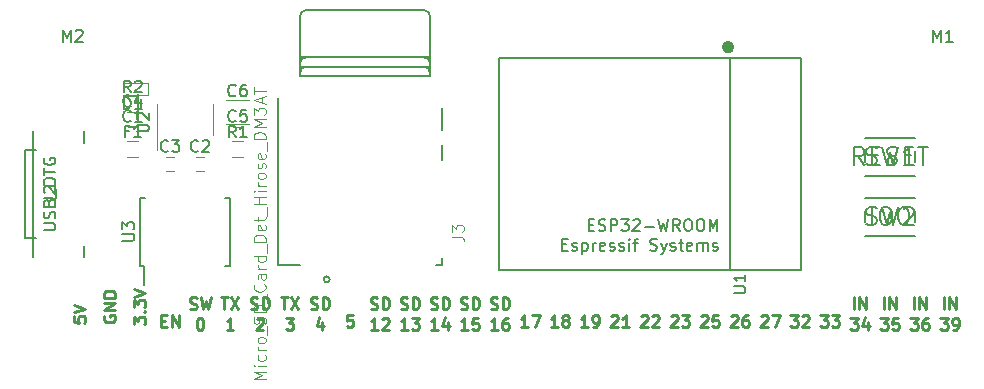
<source format=gto>
G04 #@! TF.FileFunction,Legend,Top*
%FSLAX46Y46*%
G04 Gerber Fmt 4.6, Leading zero omitted, Abs format (unit mm)*
G04 Created by KiCad (PCBNEW 4.0.7) date Sun Nov 12 16:40:09 2017*
%MOMM*%
%LPD*%
G01*
G04 APERTURE LIST*
%ADD10C,0.100000*%
%ADD11C,0.250000*%
%ADD12C,0.200000*%
%ADD13C,0.120000*%
%ADD14C,0.127000*%
%ADD15C,0.500000*%
%ADD16C,0.150000*%
%ADD17C,0.160000*%
%ADD18C,0.050000*%
G04 APERTURE END LIST*
D10*
D11*
X150606191Y-166582381D02*
X150606191Y-165582381D01*
X151082381Y-166582381D02*
X151082381Y-165582381D01*
X151653810Y-166582381D01*
X151653810Y-165582381D01*
X150320476Y-167332381D02*
X150939524Y-167332381D01*
X150606190Y-167713333D01*
X150749048Y-167713333D01*
X150844286Y-167760952D01*
X150891905Y-167808571D01*
X150939524Y-167903810D01*
X150939524Y-168141905D01*
X150891905Y-168237143D01*
X150844286Y-168284762D01*
X150749048Y-168332381D01*
X150463333Y-168332381D01*
X150368095Y-168284762D01*
X150320476Y-168237143D01*
X151415714Y-168332381D02*
X151606190Y-168332381D01*
X151701429Y-168284762D01*
X151749048Y-168237143D01*
X151844286Y-168094286D01*
X151891905Y-167903810D01*
X151891905Y-167522857D01*
X151844286Y-167427619D01*
X151796667Y-167380000D01*
X151701429Y-167332381D01*
X151510952Y-167332381D01*
X151415714Y-167380000D01*
X151368095Y-167427619D01*
X151320476Y-167522857D01*
X151320476Y-167760952D01*
X151368095Y-167856190D01*
X151415714Y-167903810D01*
X151510952Y-167951429D01*
X151701429Y-167951429D01*
X151796667Y-167903810D01*
X151844286Y-167856190D01*
X151891905Y-167760952D01*
X148066191Y-166582381D02*
X148066191Y-165582381D01*
X148542381Y-166582381D02*
X148542381Y-165582381D01*
X149113810Y-166582381D01*
X149113810Y-165582381D01*
X147780476Y-167332381D02*
X148399524Y-167332381D01*
X148066190Y-167713333D01*
X148209048Y-167713333D01*
X148304286Y-167760952D01*
X148351905Y-167808571D01*
X148399524Y-167903810D01*
X148399524Y-168141905D01*
X148351905Y-168237143D01*
X148304286Y-168284762D01*
X148209048Y-168332381D01*
X147923333Y-168332381D01*
X147828095Y-168284762D01*
X147780476Y-168237143D01*
X149256667Y-167332381D02*
X149066190Y-167332381D01*
X148970952Y-167380000D01*
X148923333Y-167427619D01*
X148828095Y-167570476D01*
X148780476Y-167760952D01*
X148780476Y-168141905D01*
X148828095Y-168237143D01*
X148875714Y-168284762D01*
X148970952Y-168332381D01*
X149161429Y-168332381D01*
X149256667Y-168284762D01*
X149304286Y-168237143D01*
X149351905Y-168141905D01*
X149351905Y-167903810D01*
X149304286Y-167808571D01*
X149256667Y-167760952D01*
X149161429Y-167713333D01*
X148970952Y-167713333D01*
X148875714Y-167760952D01*
X148828095Y-167808571D01*
X148780476Y-167903810D01*
X94488095Y-165582381D02*
X95059524Y-165582381D01*
X94773809Y-166582381D02*
X94773809Y-165582381D01*
X95297619Y-165582381D02*
X95964286Y-166582381D01*
X95964286Y-165582381D02*
X95297619Y-166582381D01*
X94916667Y-167332381D02*
X95535715Y-167332381D01*
X95202381Y-167713333D01*
X95345239Y-167713333D01*
X95440477Y-167760952D01*
X95488096Y-167808571D01*
X95535715Y-167903810D01*
X95535715Y-168141905D01*
X95488096Y-168237143D01*
X95440477Y-168284762D01*
X95345239Y-168332381D01*
X95059524Y-168332381D01*
X94964286Y-168284762D01*
X94916667Y-168237143D01*
X91924286Y-166534762D02*
X92067143Y-166582381D01*
X92305239Y-166582381D01*
X92400477Y-166534762D01*
X92448096Y-166487143D01*
X92495715Y-166391905D01*
X92495715Y-166296667D01*
X92448096Y-166201429D01*
X92400477Y-166153810D01*
X92305239Y-166106190D01*
X92114762Y-166058571D01*
X92019524Y-166010952D01*
X91971905Y-165963333D01*
X91924286Y-165868095D01*
X91924286Y-165772857D01*
X91971905Y-165677619D01*
X92019524Y-165630000D01*
X92114762Y-165582381D01*
X92352858Y-165582381D01*
X92495715Y-165630000D01*
X92924286Y-166582381D02*
X92924286Y-165582381D01*
X93162381Y-165582381D01*
X93305239Y-165630000D01*
X93400477Y-165725238D01*
X93448096Y-165820476D01*
X93495715Y-166010952D01*
X93495715Y-166153810D01*
X93448096Y-166344286D01*
X93400477Y-166439524D01*
X93305239Y-166534762D01*
X93162381Y-166582381D01*
X92924286Y-166582381D01*
X92424286Y-167427619D02*
X92471905Y-167380000D01*
X92567143Y-167332381D01*
X92805239Y-167332381D01*
X92900477Y-167380000D01*
X92948096Y-167427619D01*
X92995715Y-167522857D01*
X92995715Y-167618095D01*
X92948096Y-167760952D01*
X92376667Y-168332381D01*
X92995715Y-168332381D01*
X145526191Y-166582381D02*
X145526191Y-165582381D01*
X146002381Y-166582381D02*
X146002381Y-165582381D01*
X146573810Y-166582381D01*
X146573810Y-165582381D01*
X145240476Y-167332381D02*
X145859524Y-167332381D01*
X145526190Y-167713333D01*
X145669048Y-167713333D01*
X145764286Y-167760952D01*
X145811905Y-167808571D01*
X145859524Y-167903810D01*
X145859524Y-168141905D01*
X145811905Y-168237143D01*
X145764286Y-168284762D01*
X145669048Y-168332381D01*
X145383333Y-168332381D01*
X145288095Y-168284762D01*
X145240476Y-168237143D01*
X146764286Y-167332381D02*
X146288095Y-167332381D01*
X146240476Y-167808571D01*
X146288095Y-167760952D01*
X146383333Y-167713333D01*
X146621429Y-167713333D01*
X146716667Y-167760952D01*
X146764286Y-167808571D01*
X146811905Y-167903810D01*
X146811905Y-168141905D01*
X146764286Y-168237143D01*
X146716667Y-168284762D01*
X146621429Y-168332381D01*
X146383333Y-168332381D01*
X146288095Y-168284762D01*
X146240476Y-168237143D01*
X142986191Y-166582381D02*
X142986191Y-165582381D01*
X143462381Y-166582381D02*
X143462381Y-165582381D01*
X144033810Y-166582381D01*
X144033810Y-165582381D01*
X142700476Y-167332381D02*
X143319524Y-167332381D01*
X142986190Y-167713333D01*
X143129048Y-167713333D01*
X143224286Y-167760952D01*
X143271905Y-167808571D01*
X143319524Y-167903810D01*
X143319524Y-168141905D01*
X143271905Y-168237143D01*
X143224286Y-168284762D01*
X143129048Y-168332381D01*
X142843333Y-168332381D01*
X142748095Y-168284762D01*
X142700476Y-168237143D01*
X144176667Y-167665714D02*
X144176667Y-168332381D01*
X143938571Y-167284762D02*
X143700476Y-167999048D01*
X144319524Y-167999048D01*
X140160476Y-167092381D02*
X140779524Y-167092381D01*
X140446190Y-167473333D01*
X140589048Y-167473333D01*
X140684286Y-167520952D01*
X140731905Y-167568571D01*
X140779524Y-167663810D01*
X140779524Y-167901905D01*
X140731905Y-167997143D01*
X140684286Y-168044762D01*
X140589048Y-168092381D01*
X140303333Y-168092381D01*
X140208095Y-168044762D01*
X140160476Y-167997143D01*
X141112857Y-167092381D02*
X141731905Y-167092381D01*
X141398571Y-167473333D01*
X141541429Y-167473333D01*
X141636667Y-167520952D01*
X141684286Y-167568571D01*
X141731905Y-167663810D01*
X141731905Y-167901905D01*
X141684286Y-167997143D01*
X141636667Y-168044762D01*
X141541429Y-168092381D01*
X141255714Y-168092381D01*
X141160476Y-168044762D01*
X141112857Y-167997143D01*
X137620476Y-167092381D02*
X138239524Y-167092381D01*
X137906190Y-167473333D01*
X138049048Y-167473333D01*
X138144286Y-167520952D01*
X138191905Y-167568571D01*
X138239524Y-167663810D01*
X138239524Y-167901905D01*
X138191905Y-167997143D01*
X138144286Y-168044762D01*
X138049048Y-168092381D01*
X137763333Y-168092381D01*
X137668095Y-168044762D01*
X137620476Y-167997143D01*
X138620476Y-167187619D02*
X138668095Y-167140000D01*
X138763333Y-167092381D01*
X139001429Y-167092381D01*
X139096667Y-167140000D01*
X139144286Y-167187619D01*
X139191905Y-167282857D01*
X139191905Y-167378095D01*
X139144286Y-167520952D01*
X138572857Y-168092381D01*
X139191905Y-168092381D01*
X135128095Y-167187619D02*
X135175714Y-167140000D01*
X135270952Y-167092381D01*
X135509048Y-167092381D01*
X135604286Y-167140000D01*
X135651905Y-167187619D01*
X135699524Y-167282857D01*
X135699524Y-167378095D01*
X135651905Y-167520952D01*
X135080476Y-168092381D01*
X135699524Y-168092381D01*
X136032857Y-167092381D02*
X136699524Y-167092381D01*
X136270952Y-168092381D01*
X132588095Y-167187619D02*
X132635714Y-167140000D01*
X132730952Y-167092381D01*
X132969048Y-167092381D01*
X133064286Y-167140000D01*
X133111905Y-167187619D01*
X133159524Y-167282857D01*
X133159524Y-167378095D01*
X133111905Y-167520952D01*
X132540476Y-168092381D01*
X133159524Y-168092381D01*
X134016667Y-167092381D02*
X133826190Y-167092381D01*
X133730952Y-167140000D01*
X133683333Y-167187619D01*
X133588095Y-167330476D01*
X133540476Y-167520952D01*
X133540476Y-167901905D01*
X133588095Y-167997143D01*
X133635714Y-168044762D01*
X133730952Y-168092381D01*
X133921429Y-168092381D01*
X134016667Y-168044762D01*
X134064286Y-167997143D01*
X134111905Y-167901905D01*
X134111905Y-167663810D01*
X134064286Y-167568571D01*
X134016667Y-167520952D01*
X133921429Y-167473333D01*
X133730952Y-167473333D01*
X133635714Y-167520952D01*
X133588095Y-167568571D01*
X133540476Y-167663810D01*
X130048095Y-167187619D02*
X130095714Y-167140000D01*
X130190952Y-167092381D01*
X130429048Y-167092381D01*
X130524286Y-167140000D01*
X130571905Y-167187619D01*
X130619524Y-167282857D01*
X130619524Y-167378095D01*
X130571905Y-167520952D01*
X130000476Y-168092381D01*
X130619524Y-168092381D01*
X131524286Y-167092381D02*
X131048095Y-167092381D01*
X131000476Y-167568571D01*
X131048095Y-167520952D01*
X131143333Y-167473333D01*
X131381429Y-167473333D01*
X131476667Y-167520952D01*
X131524286Y-167568571D01*
X131571905Y-167663810D01*
X131571905Y-167901905D01*
X131524286Y-167997143D01*
X131476667Y-168044762D01*
X131381429Y-168092381D01*
X131143333Y-168092381D01*
X131048095Y-168044762D01*
X131000476Y-167997143D01*
X127508095Y-167187619D02*
X127555714Y-167140000D01*
X127650952Y-167092381D01*
X127889048Y-167092381D01*
X127984286Y-167140000D01*
X128031905Y-167187619D01*
X128079524Y-167282857D01*
X128079524Y-167378095D01*
X128031905Y-167520952D01*
X127460476Y-168092381D01*
X128079524Y-168092381D01*
X128412857Y-167092381D02*
X129031905Y-167092381D01*
X128698571Y-167473333D01*
X128841429Y-167473333D01*
X128936667Y-167520952D01*
X128984286Y-167568571D01*
X129031905Y-167663810D01*
X129031905Y-167901905D01*
X128984286Y-167997143D01*
X128936667Y-168044762D01*
X128841429Y-168092381D01*
X128555714Y-168092381D01*
X128460476Y-168044762D01*
X128412857Y-167997143D01*
X124968095Y-167187619D02*
X125015714Y-167140000D01*
X125110952Y-167092381D01*
X125349048Y-167092381D01*
X125444286Y-167140000D01*
X125491905Y-167187619D01*
X125539524Y-167282857D01*
X125539524Y-167378095D01*
X125491905Y-167520952D01*
X124920476Y-168092381D01*
X125539524Y-168092381D01*
X125920476Y-167187619D02*
X125968095Y-167140000D01*
X126063333Y-167092381D01*
X126301429Y-167092381D01*
X126396667Y-167140000D01*
X126444286Y-167187619D01*
X126491905Y-167282857D01*
X126491905Y-167378095D01*
X126444286Y-167520952D01*
X125872857Y-168092381D01*
X126491905Y-168092381D01*
X122428095Y-167187619D02*
X122475714Y-167140000D01*
X122570952Y-167092381D01*
X122809048Y-167092381D01*
X122904286Y-167140000D01*
X122951905Y-167187619D01*
X122999524Y-167282857D01*
X122999524Y-167378095D01*
X122951905Y-167520952D01*
X122380476Y-168092381D01*
X122999524Y-168092381D01*
X123951905Y-168092381D02*
X123380476Y-168092381D01*
X123666190Y-168092381D02*
X123666190Y-167092381D01*
X123570952Y-167235238D01*
X123475714Y-167330476D01*
X123380476Y-167378095D01*
X120459524Y-168092381D02*
X119888095Y-168092381D01*
X120173809Y-168092381D02*
X120173809Y-167092381D01*
X120078571Y-167235238D01*
X119983333Y-167330476D01*
X119888095Y-167378095D01*
X120935714Y-168092381D02*
X121126190Y-168092381D01*
X121221429Y-168044762D01*
X121269048Y-167997143D01*
X121364286Y-167854286D01*
X121411905Y-167663810D01*
X121411905Y-167282857D01*
X121364286Y-167187619D01*
X121316667Y-167140000D01*
X121221429Y-167092381D01*
X121030952Y-167092381D01*
X120935714Y-167140000D01*
X120888095Y-167187619D01*
X120840476Y-167282857D01*
X120840476Y-167520952D01*
X120888095Y-167616190D01*
X120935714Y-167663810D01*
X121030952Y-167711429D01*
X121221429Y-167711429D01*
X121316667Y-167663810D01*
X121364286Y-167616190D01*
X121411905Y-167520952D01*
X117919524Y-168092381D02*
X117348095Y-168092381D01*
X117633809Y-168092381D02*
X117633809Y-167092381D01*
X117538571Y-167235238D01*
X117443333Y-167330476D01*
X117348095Y-167378095D01*
X118490952Y-167520952D02*
X118395714Y-167473333D01*
X118348095Y-167425714D01*
X118300476Y-167330476D01*
X118300476Y-167282857D01*
X118348095Y-167187619D01*
X118395714Y-167140000D01*
X118490952Y-167092381D01*
X118681429Y-167092381D01*
X118776667Y-167140000D01*
X118824286Y-167187619D01*
X118871905Y-167282857D01*
X118871905Y-167330476D01*
X118824286Y-167425714D01*
X118776667Y-167473333D01*
X118681429Y-167520952D01*
X118490952Y-167520952D01*
X118395714Y-167568571D01*
X118348095Y-167616190D01*
X118300476Y-167711429D01*
X118300476Y-167901905D01*
X118348095Y-167997143D01*
X118395714Y-168044762D01*
X118490952Y-168092381D01*
X118681429Y-168092381D01*
X118776667Y-168044762D01*
X118824286Y-167997143D01*
X118871905Y-167901905D01*
X118871905Y-167711429D01*
X118824286Y-167616190D01*
X118776667Y-167568571D01*
X118681429Y-167520952D01*
X115379524Y-168092381D02*
X114808095Y-168092381D01*
X115093809Y-168092381D02*
X115093809Y-167092381D01*
X114998571Y-167235238D01*
X114903333Y-167330476D01*
X114808095Y-167378095D01*
X115712857Y-167092381D02*
X116379524Y-167092381D01*
X115950952Y-168092381D01*
X112244286Y-166534762D02*
X112387143Y-166582381D01*
X112625239Y-166582381D01*
X112720477Y-166534762D01*
X112768096Y-166487143D01*
X112815715Y-166391905D01*
X112815715Y-166296667D01*
X112768096Y-166201429D01*
X112720477Y-166153810D01*
X112625239Y-166106190D01*
X112434762Y-166058571D01*
X112339524Y-166010952D01*
X112291905Y-165963333D01*
X112244286Y-165868095D01*
X112244286Y-165772857D01*
X112291905Y-165677619D01*
X112339524Y-165630000D01*
X112434762Y-165582381D01*
X112672858Y-165582381D01*
X112815715Y-165630000D01*
X113244286Y-166582381D02*
X113244286Y-165582381D01*
X113482381Y-165582381D01*
X113625239Y-165630000D01*
X113720477Y-165725238D01*
X113768096Y-165820476D01*
X113815715Y-166010952D01*
X113815715Y-166153810D01*
X113768096Y-166344286D01*
X113720477Y-166439524D01*
X113625239Y-166534762D01*
X113482381Y-166582381D01*
X113244286Y-166582381D01*
X112839524Y-168332381D02*
X112268095Y-168332381D01*
X112553809Y-168332381D02*
X112553809Y-167332381D01*
X112458571Y-167475238D01*
X112363333Y-167570476D01*
X112268095Y-167618095D01*
X113696667Y-167332381D02*
X113506190Y-167332381D01*
X113410952Y-167380000D01*
X113363333Y-167427619D01*
X113268095Y-167570476D01*
X113220476Y-167760952D01*
X113220476Y-168141905D01*
X113268095Y-168237143D01*
X113315714Y-168284762D01*
X113410952Y-168332381D01*
X113601429Y-168332381D01*
X113696667Y-168284762D01*
X113744286Y-168237143D01*
X113791905Y-168141905D01*
X113791905Y-167903810D01*
X113744286Y-167808571D01*
X113696667Y-167760952D01*
X113601429Y-167713333D01*
X113410952Y-167713333D01*
X113315714Y-167760952D01*
X113268095Y-167808571D01*
X113220476Y-167903810D01*
X109704286Y-166534762D02*
X109847143Y-166582381D01*
X110085239Y-166582381D01*
X110180477Y-166534762D01*
X110228096Y-166487143D01*
X110275715Y-166391905D01*
X110275715Y-166296667D01*
X110228096Y-166201429D01*
X110180477Y-166153810D01*
X110085239Y-166106190D01*
X109894762Y-166058571D01*
X109799524Y-166010952D01*
X109751905Y-165963333D01*
X109704286Y-165868095D01*
X109704286Y-165772857D01*
X109751905Y-165677619D01*
X109799524Y-165630000D01*
X109894762Y-165582381D01*
X110132858Y-165582381D01*
X110275715Y-165630000D01*
X110704286Y-166582381D02*
X110704286Y-165582381D01*
X110942381Y-165582381D01*
X111085239Y-165630000D01*
X111180477Y-165725238D01*
X111228096Y-165820476D01*
X111275715Y-166010952D01*
X111275715Y-166153810D01*
X111228096Y-166344286D01*
X111180477Y-166439524D01*
X111085239Y-166534762D01*
X110942381Y-166582381D01*
X110704286Y-166582381D01*
X110299524Y-168332381D02*
X109728095Y-168332381D01*
X110013809Y-168332381D02*
X110013809Y-167332381D01*
X109918571Y-167475238D01*
X109823333Y-167570476D01*
X109728095Y-167618095D01*
X111204286Y-167332381D02*
X110728095Y-167332381D01*
X110680476Y-167808571D01*
X110728095Y-167760952D01*
X110823333Y-167713333D01*
X111061429Y-167713333D01*
X111156667Y-167760952D01*
X111204286Y-167808571D01*
X111251905Y-167903810D01*
X111251905Y-168141905D01*
X111204286Y-168237143D01*
X111156667Y-168284762D01*
X111061429Y-168332381D01*
X110823333Y-168332381D01*
X110728095Y-168284762D01*
X110680476Y-168237143D01*
X107164286Y-166534762D02*
X107307143Y-166582381D01*
X107545239Y-166582381D01*
X107640477Y-166534762D01*
X107688096Y-166487143D01*
X107735715Y-166391905D01*
X107735715Y-166296667D01*
X107688096Y-166201429D01*
X107640477Y-166153810D01*
X107545239Y-166106190D01*
X107354762Y-166058571D01*
X107259524Y-166010952D01*
X107211905Y-165963333D01*
X107164286Y-165868095D01*
X107164286Y-165772857D01*
X107211905Y-165677619D01*
X107259524Y-165630000D01*
X107354762Y-165582381D01*
X107592858Y-165582381D01*
X107735715Y-165630000D01*
X108164286Y-166582381D02*
X108164286Y-165582381D01*
X108402381Y-165582381D01*
X108545239Y-165630000D01*
X108640477Y-165725238D01*
X108688096Y-165820476D01*
X108735715Y-166010952D01*
X108735715Y-166153810D01*
X108688096Y-166344286D01*
X108640477Y-166439524D01*
X108545239Y-166534762D01*
X108402381Y-166582381D01*
X108164286Y-166582381D01*
X107759524Y-168332381D02*
X107188095Y-168332381D01*
X107473809Y-168332381D02*
X107473809Y-167332381D01*
X107378571Y-167475238D01*
X107283333Y-167570476D01*
X107188095Y-167618095D01*
X108616667Y-167665714D02*
X108616667Y-168332381D01*
X108378571Y-167284762D02*
X108140476Y-167999048D01*
X108759524Y-167999048D01*
X104624286Y-166534762D02*
X104767143Y-166582381D01*
X105005239Y-166582381D01*
X105100477Y-166534762D01*
X105148096Y-166487143D01*
X105195715Y-166391905D01*
X105195715Y-166296667D01*
X105148096Y-166201429D01*
X105100477Y-166153810D01*
X105005239Y-166106190D01*
X104814762Y-166058571D01*
X104719524Y-166010952D01*
X104671905Y-165963333D01*
X104624286Y-165868095D01*
X104624286Y-165772857D01*
X104671905Y-165677619D01*
X104719524Y-165630000D01*
X104814762Y-165582381D01*
X105052858Y-165582381D01*
X105195715Y-165630000D01*
X105624286Y-166582381D02*
X105624286Y-165582381D01*
X105862381Y-165582381D01*
X106005239Y-165630000D01*
X106100477Y-165725238D01*
X106148096Y-165820476D01*
X106195715Y-166010952D01*
X106195715Y-166153810D01*
X106148096Y-166344286D01*
X106100477Y-166439524D01*
X106005239Y-166534762D01*
X105862381Y-166582381D01*
X105624286Y-166582381D01*
X105219524Y-168332381D02*
X104648095Y-168332381D01*
X104933809Y-168332381D02*
X104933809Y-167332381D01*
X104838571Y-167475238D01*
X104743333Y-167570476D01*
X104648095Y-167618095D01*
X105552857Y-167332381D02*
X106171905Y-167332381D01*
X105838571Y-167713333D01*
X105981429Y-167713333D01*
X106076667Y-167760952D01*
X106124286Y-167808571D01*
X106171905Y-167903810D01*
X106171905Y-168141905D01*
X106124286Y-168237143D01*
X106076667Y-168284762D01*
X105981429Y-168332381D01*
X105695714Y-168332381D01*
X105600476Y-168284762D01*
X105552857Y-168237143D01*
X102084286Y-166534762D02*
X102227143Y-166582381D01*
X102465239Y-166582381D01*
X102560477Y-166534762D01*
X102608096Y-166487143D01*
X102655715Y-166391905D01*
X102655715Y-166296667D01*
X102608096Y-166201429D01*
X102560477Y-166153810D01*
X102465239Y-166106190D01*
X102274762Y-166058571D01*
X102179524Y-166010952D01*
X102131905Y-165963333D01*
X102084286Y-165868095D01*
X102084286Y-165772857D01*
X102131905Y-165677619D01*
X102179524Y-165630000D01*
X102274762Y-165582381D01*
X102512858Y-165582381D01*
X102655715Y-165630000D01*
X103084286Y-166582381D02*
X103084286Y-165582381D01*
X103322381Y-165582381D01*
X103465239Y-165630000D01*
X103560477Y-165725238D01*
X103608096Y-165820476D01*
X103655715Y-166010952D01*
X103655715Y-166153810D01*
X103608096Y-166344286D01*
X103560477Y-166439524D01*
X103465239Y-166534762D01*
X103322381Y-166582381D01*
X103084286Y-166582381D01*
X102679524Y-168332381D02*
X102108095Y-168332381D01*
X102393809Y-168332381D02*
X102393809Y-167332381D01*
X102298571Y-167475238D01*
X102203333Y-167570476D01*
X102108095Y-167618095D01*
X103060476Y-167427619D02*
X103108095Y-167380000D01*
X103203333Y-167332381D01*
X103441429Y-167332381D01*
X103536667Y-167380000D01*
X103584286Y-167427619D01*
X103631905Y-167522857D01*
X103631905Y-167618095D01*
X103584286Y-167760952D01*
X103012857Y-168332381D01*
X103631905Y-168332381D01*
X100568096Y-167092381D02*
X100091905Y-167092381D01*
X100044286Y-167568571D01*
X100091905Y-167520952D01*
X100187143Y-167473333D01*
X100425239Y-167473333D01*
X100520477Y-167520952D01*
X100568096Y-167568571D01*
X100615715Y-167663810D01*
X100615715Y-167901905D01*
X100568096Y-167997143D01*
X100520477Y-168044762D01*
X100425239Y-168092381D01*
X100187143Y-168092381D01*
X100091905Y-168044762D01*
X100044286Y-167997143D01*
X97004286Y-166534762D02*
X97147143Y-166582381D01*
X97385239Y-166582381D01*
X97480477Y-166534762D01*
X97528096Y-166487143D01*
X97575715Y-166391905D01*
X97575715Y-166296667D01*
X97528096Y-166201429D01*
X97480477Y-166153810D01*
X97385239Y-166106190D01*
X97194762Y-166058571D01*
X97099524Y-166010952D01*
X97051905Y-165963333D01*
X97004286Y-165868095D01*
X97004286Y-165772857D01*
X97051905Y-165677619D01*
X97099524Y-165630000D01*
X97194762Y-165582381D01*
X97432858Y-165582381D01*
X97575715Y-165630000D01*
X98004286Y-166582381D02*
X98004286Y-165582381D01*
X98242381Y-165582381D01*
X98385239Y-165630000D01*
X98480477Y-165725238D01*
X98528096Y-165820476D01*
X98575715Y-166010952D01*
X98575715Y-166153810D01*
X98528096Y-166344286D01*
X98480477Y-166439524D01*
X98385239Y-166534762D01*
X98242381Y-166582381D01*
X98004286Y-166582381D01*
X97980477Y-167665714D02*
X97980477Y-168332381D01*
X97742381Y-167284762D02*
X97504286Y-167999048D01*
X98123334Y-167999048D01*
X89408095Y-165582381D02*
X89979524Y-165582381D01*
X89693809Y-166582381D02*
X89693809Y-165582381D01*
X90217619Y-165582381D02*
X90884286Y-166582381D01*
X90884286Y-165582381D02*
X90217619Y-166582381D01*
X90455715Y-168332381D02*
X89884286Y-168332381D01*
X90170000Y-168332381D02*
X90170000Y-167332381D01*
X90074762Y-167475238D01*
X89979524Y-167570476D01*
X89884286Y-167618095D01*
X86772857Y-166534762D02*
X86915714Y-166582381D01*
X87153810Y-166582381D01*
X87249048Y-166534762D01*
X87296667Y-166487143D01*
X87344286Y-166391905D01*
X87344286Y-166296667D01*
X87296667Y-166201429D01*
X87249048Y-166153810D01*
X87153810Y-166106190D01*
X86963333Y-166058571D01*
X86868095Y-166010952D01*
X86820476Y-165963333D01*
X86772857Y-165868095D01*
X86772857Y-165772857D01*
X86820476Y-165677619D01*
X86868095Y-165630000D01*
X86963333Y-165582381D01*
X87201429Y-165582381D01*
X87344286Y-165630000D01*
X87677619Y-165582381D02*
X87915714Y-166582381D01*
X88106191Y-165868095D01*
X88296667Y-166582381D01*
X88534762Y-165582381D01*
X87582381Y-167332381D02*
X87677620Y-167332381D01*
X87772858Y-167380000D01*
X87820477Y-167427619D01*
X87868096Y-167522857D01*
X87915715Y-167713333D01*
X87915715Y-167951429D01*
X87868096Y-168141905D01*
X87820477Y-168237143D01*
X87772858Y-168284762D01*
X87677620Y-168332381D01*
X87582381Y-168332381D01*
X87487143Y-168284762D01*
X87439524Y-168237143D01*
X87391905Y-168141905D01*
X87344286Y-167951429D01*
X87344286Y-167713333D01*
X87391905Y-167522857D01*
X87439524Y-167427619D01*
X87487143Y-167380000D01*
X87582381Y-167332381D01*
X84351905Y-167568571D02*
X84685239Y-167568571D01*
X84828096Y-168092381D02*
X84351905Y-168092381D01*
X84351905Y-167092381D01*
X84828096Y-167092381D01*
X85256667Y-168092381D02*
X85256667Y-167092381D01*
X85828096Y-168092381D01*
X85828096Y-167092381D01*
X82002381Y-167846190D02*
X82002381Y-167227142D01*
X82383333Y-167560476D01*
X82383333Y-167417618D01*
X82430952Y-167322380D01*
X82478571Y-167274761D01*
X82573810Y-167227142D01*
X82811905Y-167227142D01*
X82907143Y-167274761D01*
X82954762Y-167322380D01*
X83002381Y-167417618D01*
X83002381Y-167703333D01*
X82954762Y-167798571D01*
X82907143Y-167846190D01*
X82907143Y-166798571D02*
X82954762Y-166750952D01*
X83002381Y-166798571D01*
X82954762Y-166846190D01*
X82907143Y-166798571D01*
X83002381Y-166798571D01*
X82002381Y-166417619D02*
X82002381Y-165798571D01*
X82383333Y-166131905D01*
X82383333Y-165989047D01*
X82430952Y-165893809D01*
X82478571Y-165846190D01*
X82573810Y-165798571D01*
X82811905Y-165798571D01*
X82907143Y-165846190D01*
X82954762Y-165893809D01*
X83002381Y-165989047D01*
X83002381Y-166274762D01*
X82954762Y-166370000D01*
X82907143Y-166417619D01*
X82002381Y-165512857D02*
X83002381Y-165179524D01*
X82002381Y-164846190D01*
X79510000Y-167131904D02*
X79462381Y-167227142D01*
X79462381Y-167369999D01*
X79510000Y-167512857D01*
X79605238Y-167608095D01*
X79700476Y-167655714D01*
X79890952Y-167703333D01*
X80033810Y-167703333D01*
X80224286Y-167655714D01*
X80319524Y-167608095D01*
X80414762Y-167512857D01*
X80462381Y-167369999D01*
X80462381Y-167274761D01*
X80414762Y-167131904D01*
X80367143Y-167084285D01*
X80033810Y-167084285D01*
X80033810Y-167274761D01*
X80462381Y-166655714D02*
X79462381Y-166655714D01*
X80462381Y-166084285D01*
X79462381Y-166084285D01*
X80462381Y-165608095D02*
X79462381Y-165608095D01*
X79462381Y-165370000D01*
X79510000Y-165227142D01*
X79605238Y-165131904D01*
X79700476Y-165084285D01*
X79890952Y-165036666D01*
X80033810Y-165036666D01*
X80224286Y-165084285D01*
X80319524Y-165131904D01*
X80414762Y-165227142D01*
X80462381Y-165370000D01*
X80462381Y-165608095D01*
X76922381Y-167195476D02*
X76922381Y-167671667D01*
X77398571Y-167719286D01*
X77350952Y-167671667D01*
X77303333Y-167576429D01*
X77303333Y-167338333D01*
X77350952Y-167243095D01*
X77398571Y-167195476D01*
X77493810Y-167147857D01*
X77731905Y-167147857D01*
X77827143Y-167195476D01*
X77874762Y-167243095D01*
X77922381Y-167338333D01*
X77922381Y-167576429D01*
X77874762Y-167671667D01*
X77827143Y-167719286D01*
X76922381Y-166862143D02*
X77922381Y-166528810D01*
X76922381Y-166195476D01*
D12*
X77780000Y-152495000D02*
X77780000Y-151495000D01*
X77780000Y-161195000D02*
X77780000Y-162195000D01*
X72780000Y-160595000D02*
X73730000Y-160595000D01*
X72780000Y-153095000D02*
X73730000Y-153095000D01*
X72780000Y-153095000D02*
X72780000Y-160595000D01*
X73480000Y-151495000D02*
X73480000Y-162195000D01*
D13*
X82265000Y-152365000D02*
X81565000Y-152365000D01*
X81565000Y-151165000D02*
X82265000Y-151165000D01*
X87980000Y-154905000D02*
X87280000Y-154905000D01*
X87280000Y-153705000D02*
X87980000Y-153705000D01*
X85440000Y-154905000D02*
X84740000Y-154905000D01*
X84740000Y-153705000D02*
X85440000Y-153705000D01*
X82265000Y-151095000D02*
X81565000Y-151095000D01*
X81565000Y-149895000D02*
X82265000Y-149895000D01*
X91155000Y-152365000D02*
X90455000Y-152365000D01*
X90455000Y-151165000D02*
X91155000Y-151165000D01*
X91805000Y-148840000D02*
X89805000Y-148840000D01*
X89805000Y-150880000D02*
X91805000Y-150880000D01*
X83215000Y-148455000D02*
X83215000Y-147455000D01*
X83215000Y-147455000D02*
X81115000Y-147455000D01*
X83215000Y-148455000D02*
X81115000Y-148455000D01*
X82415000Y-153715000D02*
X81415000Y-153715000D01*
X81415000Y-152355000D02*
X82415000Y-152355000D01*
D14*
X96100000Y-146560000D02*
X96100000Y-146060000D01*
X96100000Y-146060000D02*
X96600000Y-146060000D01*
X96600000Y-146060000D02*
X106600000Y-146060000D01*
X106600000Y-146060000D02*
X107100000Y-146060000D01*
X107100000Y-146060000D02*
X107100000Y-146560000D01*
X96100000Y-145760000D02*
X96100000Y-145260000D01*
X96100000Y-145260000D02*
X96600000Y-145260000D01*
X96600000Y-145260000D02*
X106600000Y-145260000D01*
X106600000Y-145260000D02*
X107100000Y-145260000D01*
X107100000Y-145260000D02*
X107100000Y-145760000D01*
X107100000Y-146860000D02*
X96100000Y-146860000D01*
X96600000Y-141260000D02*
X106600000Y-141260000D01*
X96100000Y-146860000D02*
X96100000Y-146560000D01*
X96100000Y-146560000D02*
G75*
G02X96600000Y-146060000I500000J0D01*
G01*
X96100000Y-146060000D02*
X96100000Y-145760000D01*
X96100000Y-145760000D02*
G75*
G02X96600000Y-145260000I500000J0D01*
G01*
X96100000Y-145260000D02*
X96100000Y-141760000D01*
X96100000Y-141760000D02*
G75*
G02X96600000Y-141260000I500000J0D01*
G01*
X107100000Y-146860000D02*
X107100000Y-146560000D01*
X107100000Y-146560000D02*
G75*
G03X106600000Y-146060000I-500000J0D01*
G01*
X107100000Y-146060000D02*
X107100000Y-145760000D01*
X107100000Y-145760000D02*
G75*
G03X106600000Y-145260000I-500000J0D01*
G01*
X107100000Y-145260000D02*
X107100000Y-141760000D01*
X107100000Y-141760000D02*
G75*
G03X106600000Y-141260000I-500000J0D01*
G01*
X107650000Y-162810000D02*
X108100000Y-162810000D01*
X108100000Y-162810000D02*
X108100000Y-162260000D01*
X96100000Y-162810000D02*
X94250000Y-162810000D01*
X94250000Y-162810000D02*
X94250000Y-148660000D01*
X108100000Y-153910000D02*
X108100000Y-152710000D01*
X108100000Y-151410000D02*
X108100000Y-149560000D01*
D12*
X98600000Y-164060000D02*
G75*
G03X98600000Y-164060000I-250000J0D01*
G01*
D13*
X91305000Y-153715000D02*
X90305000Y-153715000D01*
X90305000Y-152355000D02*
X91305000Y-152355000D01*
X82415000Y-149905000D02*
X81415000Y-149905000D01*
X81415000Y-148545000D02*
X82415000Y-148545000D01*
D12*
X148150000Y-153220000D02*
X148150000Y-154120000D01*
X143950000Y-154120000D02*
X143950000Y-153220000D01*
X143950000Y-155270000D02*
X148150000Y-155270000D01*
X143950000Y-152070000D02*
X148150000Y-152070000D01*
X148150000Y-158300000D02*
X148150000Y-159200000D01*
X143950000Y-159200000D02*
X143950000Y-158300000D01*
X143950000Y-160350000D02*
X148150000Y-160350000D01*
X143950000Y-157150000D02*
X148150000Y-157150000D01*
D15*
X132617981Y-144399000D02*
G75*
G03X132617981Y-144399000I-283981J0D01*
G01*
D16*
X132480000Y-163305000D02*
X132480000Y-145305000D01*
X138480000Y-145305000D02*
X112980000Y-145305000D01*
X138480000Y-163305000D02*
X112980000Y-163305000D01*
X112980000Y-163305000D02*
X112980000Y-145305000D01*
X138480000Y-163305000D02*
X138480000Y-145305000D01*
D13*
X88760000Y-149195000D02*
X88760000Y-151795000D01*
X83960000Y-153095000D02*
X83960000Y-149195000D01*
D16*
X82535000Y-162895000D02*
X82885000Y-162895000D01*
X82535000Y-157145000D02*
X82985000Y-157145000D01*
X90185000Y-157145000D02*
X89735000Y-157145000D01*
X90185000Y-162895000D02*
X89735000Y-162895000D01*
X82535000Y-162895000D02*
X82535000Y-157145000D01*
X90185000Y-162895000D02*
X90185000Y-157145000D01*
X82885000Y-162895000D02*
X82885000Y-164495000D01*
D17*
X74382381Y-157178333D02*
X75096667Y-157178333D01*
X75239524Y-157225953D01*
X75334762Y-157321191D01*
X75382381Y-157464048D01*
X75382381Y-157559286D01*
X74477619Y-156749762D02*
X74430000Y-156702143D01*
X74382381Y-156606905D01*
X74382381Y-156368809D01*
X74430000Y-156273571D01*
X74477619Y-156225952D01*
X74572857Y-156178333D01*
X74668095Y-156178333D01*
X74810952Y-156225952D01*
X75382381Y-156797381D01*
X75382381Y-156178333D01*
X74382381Y-159892619D02*
X75191905Y-159892619D01*
X75287143Y-159845000D01*
X75334762Y-159797381D01*
X75382381Y-159702143D01*
X75382381Y-159511666D01*
X75334762Y-159416428D01*
X75287143Y-159368809D01*
X75191905Y-159321190D01*
X74382381Y-159321190D01*
X75334762Y-158892619D02*
X75382381Y-158749762D01*
X75382381Y-158511666D01*
X75334762Y-158416428D01*
X75287143Y-158368809D01*
X75191905Y-158321190D01*
X75096667Y-158321190D01*
X75001429Y-158368809D01*
X74953810Y-158416428D01*
X74906190Y-158511666D01*
X74858571Y-158702143D01*
X74810952Y-158797381D01*
X74763333Y-158845000D01*
X74668095Y-158892619D01*
X74572857Y-158892619D01*
X74477619Y-158845000D01*
X74430000Y-158797381D01*
X74382381Y-158702143D01*
X74382381Y-158464047D01*
X74430000Y-158321190D01*
X74858571Y-157559285D02*
X74906190Y-157416428D01*
X74953810Y-157368809D01*
X75049048Y-157321190D01*
X75191905Y-157321190D01*
X75287143Y-157368809D01*
X75334762Y-157416428D01*
X75382381Y-157511666D01*
X75382381Y-157892619D01*
X74382381Y-157892619D01*
X74382381Y-157559285D01*
X74430000Y-157464047D01*
X74477619Y-157416428D01*
X74572857Y-157368809D01*
X74668095Y-157368809D01*
X74763333Y-157416428D01*
X74810952Y-157464047D01*
X74858571Y-157559285D01*
X74858571Y-157892619D01*
X75477619Y-157130714D02*
X75477619Y-156368809D01*
X74382381Y-155940238D02*
X74382381Y-155749761D01*
X74430000Y-155654523D01*
X74525238Y-155559285D01*
X74715714Y-155511666D01*
X75049048Y-155511666D01*
X75239524Y-155559285D01*
X75334762Y-155654523D01*
X75382381Y-155749761D01*
X75382381Y-155940238D01*
X75334762Y-156035476D01*
X75239524Y-156130714D01*
X75049048Y-156178333D01*
X74715714Y-156178333D01*
X74525238Y-156130714D01*
X74430000Y-156035476D01*
X74382381Y-155940238D01*
X74382381Y-155225952D02*
X74382381Y-154654523D01*
X75382381Y-154940238D02*
X74382381Y-154940238D01*
X74430000Y-153797380D02*
X74382381Y-153892618D01*
X74382381Y-154035475D01*
X74430000Y-154178333D01*
X74525238Y-154273571D01*
X74620476Y-154321190D01*
X74810952Y-154368809D01*
X74953810Y-154368809D01*
X75144286Y-154321190D01*
X75239524Y-154273571D01*
X75334762Y-154178333D01*
X75382381Y-154035475D01*
X75382381Y-153940237D01*
X75334762Y-153797380D01*
X75287143Y-153749761D01*
X74953810Y-153749761D01*
X74953810Y-153940237D01*
D16*
X81748334Y-150622143D02*
X81700715Y-150669762D01*
X81557858Y-150717381D01*
X81462620Y-150717381D01*
X81319762Y-150669762D01*
X81224524Y-150574524D01*
X81176905Y-150479286D01*
X81129286Y-150288810D01*
X81129286Y-150145952D01*
X81176905Y-149955476D01*
X81224524Y-149860238D01*
X81319762Y-149765000D01*
X81462620Y-149717381D01*
X81557858Y-149717381D01*
X81700715Y-149765000D01*
X81748334Y-149812619D01*
X82700715Y-150717381D02*
X82129286Y-150717381D01*
X82415000Y-150717381D02*
X82415000Y-149717381D01*
X82319762Y-149860238D01*
X82224524Y-149955476D01*
X82129286Y-150003095D01*
X87463334Y-153162143D02*
X87415715Y-153209762D01*
X87272858Y-153257381D01*
X87177620Y-153257381D01*
X87034762Y-153209762D01*
X86939524Y-153114524D01*
X86891905Y-153019286D01*
X86844286Y-152828810D01*
X86844286Y-152685952D01*
X86891905Y-152495476D01*
X86939524Y-152400238D01*
X87034762Y-152305000D01*
X87177620Y-152257381D01*
X87272858Y-152257381D01*
X87415715Y-152305000D01*
X87463334Y-152352619D01*
X87844286Y-152352619D02*
X87891905Y-152305000D01*
X87987143Y-152257381D01*
X88225239Y-152257381D01*
X88320477Y-152305000D01*
X88368096Y-152352619D01*
X88415715Y-152447857D01*
X88415715Y-152543095D01*
X88368096Y-152685952D01*
X87796667Y-153257381D01*
X88415715Y-153257381D01*
X84923334Y-153162143D02*
X84875715Y-153209762D01*
X84732858Y-153257381D01*
X84637620Y-153257381D01*
X84494762Y-153209762D01*
X84399524Y-153114524D01*
X84351905Y-153019286D01*
X84304286Y-152828810D01*
X84304286Y-152685952D01*
X84351905Y-152495476D01*
X84399524Y-152400238D01*
X84494762Y-152305000D01*
X84637620Y-152257381D01*
X84732858Y-152257381D01*
X84875715Y-152305000D01*
X84923334Y-152352619D01*
X85256667Y-152257381D02*
X85875715Y-152257381D01*
X85542381Y-152638333D01*
X85685239Y-152638333D01*
X85780477Y-152685952D01*
X85828096Y-152733571D01*
X85875715Y-152828810D01*
X85875715Y-153066905D01*
X85828096Y-153162143D01*
X85780477Y-153209762D01*
X85685239Y-153257381D01*
X85399524Y-153257381D01*
X85304286Y-153209762D01*
X85256667Y-153162143D01*
X81748334Y-149352143D02*
X81700715Y-149399762D01*
X81557858Y-149447381D01*
X81462620Y-149447381D01*
X81319762Y-149399762D01*
X81224524Y-149304524D01*
X81176905Y-149209286D01*
X81129286Y-149018810D01*
X81129286Y-148875952D01*
X81176905Y-148685476D01*
X81224524Y-148590238D01*
X81319762Y-148495000D01*
X81462620Y-148447381D01*
X81557858Y-148447381D01*
X81700715Y-148495000D01*
X81748334Y-148542619D01*
X82605477Y-148780714D02*
X82605477Y-149447381D01*
X82367381Y-148399762D02*
X82129286Y-149114048D01*
X82748334Y-149114048D01*
X90638334Y-150622143D02*
X90590715Y-150669762D01*
X90447858Y-150717381D01*
X90352620Y-150717381D01*
X90209762Y-150669762D01*
X90114524Y-150574524D01*
X90066905Y-150479286D01*
X90019286Y-150288810D01*
X90019286Y-150145952D01*
X90066905Y-149955476D01*
X90114524Y-149860238D01*
X90209762Y-149765000D01*
X90352620Y-149717381D01*
X90447858Y-149717381D01*
X90590715Y-149765000D01*
X90638334Y-149812619D01*
X91543096Y-149717381D02*
X91066905Y-149717381D01*
X91019286Y-150193571D01*
X91066905Y-150145952D01*
X91162143Y-150098333D01*
X91400239Y-150098333D01*
X91495477Y-150145952D01*
X91543096Y-150193571D01*
X91590715Y-150288810D01*
X91590715Y-150526905D01*
X91543096Y-150622143D01*
X91495477Y-150669762D01*
X91400239Y-150717381D01*
X91162143Y-150717381D01*
X91066905Y-150669762D01*
X91019286Y-150622143D01*
X90638334Y-148467143D02*
X90590715Y-148514762D01*
X90447858Y-148562381D01*
X90352620Y-148562381D01*
X90209762Y-148514762D01*
X90114524Y-148419524D01*
X90066905Y-148324286D01*
X90019286Y-148133810D01*
X90019286Y-147990952D01*
X90066905Y-147800476D01*
X90114524Y-147705238D01*
X90209762Y-147610000D01*
X90352620Y-147562381D01*
X90447858Y-147562381D01*
X90590715Y-147610000D01*
X90638334Y-147657619D01*
X91495477Y-147562381D02*
X91305000Y-147562381D01*
X91209762Y-147610000D01*
X91162143Y-147657619D01*
X91066905Y-147800476D01*
X91019286Y-147990952D01*
X91019286Y-148371905D01*
X91066905Y-148467143D01*
X91114524Y-148514762D01*
X91209762Y-148562381D01*
X91400239Y-148562381D01*
X91495477Y-148514762D01*
X91543096Y-148467143D01*
X91590715Y-148371905D01*
X91590715Y-148133810D01*
X91543096Y-148038571D01*
X91495477Y-147990952D01*
X91400239Y-147943333D01*
X91209762Y-147943333D01*
X91114524Y-147990952D01*
X91066905Y-148038571D01*
X91019286Y-148133810D01*
X81176905Y-149657381D02*
X81176905Y-148657381D01*
X81415000Y-148657381D01*
X81557858Y-148705000D01*
X81653096Y-148800238D01*
X81700715Y-148895476D01*
X81748334Y-149085952D01*
X81748334Y-149228810D01*
X81700715Y-149419286D01*
X81653096Y-149514524D01*
X81557858Y-149609762D01*
X81415000Y-149657381D01*
X81176905Y-149657381D01*
X82700715Y-149657381D02*
X82129286Y-149657381D01*
X82415000Y-149657381D02*
X82415000Y-148657381D01*
X82319762Y-148800238D01*
X82224524Y-148895476D01*
X82129286Y-148943095D01*
X81581667Y-151513571D02*
X81248333Y-151513571D01*
X81248333Y-152037381D02*
X81248333Y-151037381D01*
X81724524Y-151037381D01*
X82629286Y-152037381D02*
X82057857Y-152037381D01*
X82343571Y-152037381D02*
X82343571Y-151037381D01*
X82248333Y-151180238D01*
X82153095Y-151275476D01*
X82057857Y-151323095D01*
D18*
X108939458Y-160432727D02*
X109653943Y-160432727D01*
X109796840Y-160480359D01*
X109892105Y-160575624D01*
X109939738Y-160718521D01*
X109939738Y-160813786D01*
X108939458Y-160051668D02*
X108939458Y-159432447D01*
X109320517Y-159765874D01*
X109320517Y-159622976D01*
X109368149Y-159527712D01*
X109415781Y-159480079D01*
X109511046Y-159432447D01*
X109749208Y-159432447D01*
X109844473Y-159480079D01*
X109892105Y-159527712D01*
X109939738Y-159622976D01*
X109939738Y-159908771D01*
X109892105Y-160004035D01*
X109844473Y-160051668D01*
X93179114Y-172530473D02*
X92178134Y-172530473D01*
X92893120Y-172196813D01*
X92178134Y-171863153D01*
X93179114Y-171863153D01*
X93179114Y-171386496D02*
X92511794Y-171386496D01*
X92178134Y-171386496D02*
X92225800Y-171434162D01*
X92273466Y-171386496D01*
X92225800Y-171338831D01*
X92178134Y-171386496D01*
X92273466Y-171386496D01*
X93131449Y-170480848D02*
X93179114Y-170576179D01*
X93179114Y-170766842D01*
X93131449Y-170862174D01*
X93083783Y-170909839D01*
X92988451Y-170957505D01*
X92702457Y-170957505D01*
X92607126Y-170909839D01*
X92559460Y-170862174D01*
X92511794Y-170766842D01*
X92511794Y-170576179D01*
X92559460Y-170480848D01*
X93179114Y-170051856D02*
X92511794Y-170051856D01*
X92702457Y-170051856D02*
X92607126Y-170004191D01*
X92559460Y-169956525D01*
X92511794Y-169861194D01*
X92511794Y-169765862D01*
X93179114Y-169289205D02*
X93131449Y-169384537D01*
X93083783Y-169432202D01*
X92988451Y-169479868D01*
X92702457Y-169479868D01*
X92607126Y-169432202D01*
X92559460Y-169384537D01*
X92511794Y-169289205D01*
X92511794Y-169146208D01*
X92559460Y-169050877D01*
X92607126Y-169003211D01*
X92702457Y-168955545D01*
X92988451Y-168955545D01*
X93083783Y-169003211D01*
X93131449Y-169050877D01*
X93179114Y-169146208D01*
X93179114Y-169289205D01*
X93274446Y-168764882D02*
X93274446Y-168002231D01*
X93131449Y-167811568D02*
X93179114Y-167668571D01*
X93179114Y-167430242D01*
X93131449Y-167334911D01*
X93083783Y-167287245D01*
X92988451Y-167239580D01*
X92893120Y-167239580D01*
X92797789Y-167287245D01*
X92750123Y-167334911D01*
X92702457Y-167430242D01*
X92654791Y-167620905D01*
X92607126Y-167716237D01*
X92559460Y-167763902D01*
X92464129Y-167811568D01*
X92368797Y-167811568D01*
X92273466Y-167763902D01*
X92225800Y-167716237D01*
X92178134Y-167620905D01*
X92178134Y-167382577D01*
X92225800Y-167239580D01*
X93179114Y-166810588D02*
X92178134Y-166810588D01*
X92178134Y-166572260D01*
X92225800Y-166429263D01*
X92321131Y-166333931D01*
X92416463Y-166286266D01*
X92607126Y-166238600D01*
X92750123Y-166238600D01*
X92940786Y-166286266D01*
X93036117Y-166333931D01*
X93131449Y-166429263D01*
X93179114Y-166572260D01*
X93179114Y-166810588D01*
X93274446Y-166047937D02*
X93274446Y-165285286D01*
X93083783Y-164474969D02*
X93131449Y-164522635D01*
X93179114Y-164665632D01*
X93179114Y-164760963D01*
X93131449Y-164903960D01*
X93036117Y-164999292D01*
X92940786Y-165046957D01*
X92750123Y-165094623D01*
X92607126Y-165094623D01*
X92416463Y-165046957D01*
X92321131Y-164999292D01*
X92225800Y-164903960D01*
X92178134Y-164760963D01*
X92178134Y-164665632D01*
X92225800Y-164522635D01*
X92273466Y-164474969D01*
X93179114Y-163616986D02*
X92654791Y-163616986D01*
X92559460Y-163664652D01*
X92511794Y-163759983D01*
X92511794Y-163950646D01*
X92559460Y-164045977D01*
X93131449Y-163616986D02*
X93179114Y-163712317D01*
X93179114Y-163950646D01*
X93131449Y-164045977D01*
X93036117Y-164093643D01*
X92940786Y-164093643D01*
X92845454Y-164045977D01*
X92797789Y-163950646D01*
X92797789Y-163712317D01*
X92750123Y-163616986D01*
X93179114Y-163140328D02*
X92511794Y-163140328D01*
X92702457Y-163140328D02*
X92607126Y-163092663D01*
X92559460Y-163044997D01*
X92511794Y-162949666D01*
X92511794Y-162854334D01*
X93179114Y-162091683D02*
X92178134Y-162091683D01*
X93131449Y-162091683D02*
X93179114Y-162187014D01*
X93179114Y-162377677D01*
X93131449Y-162473009D01*
X93083783Y-162520674D01*
X92988451Y-162568340D01*
X92702457Y-162568340D01*
X92607126Y-162520674D01*
X92559460Y-162473009D01*
X92511794Y-162377677D01*
X92511794Y-162187014D01*
X92559460Y-162091683D01*
X93274446Y-161853354D02*
X93274446Y-161090703D01*
X93179114Y-160852374D02*
X92178134Y-160852374D01*
X92178134Y-160614046D01*
X92225800Y-160471049D01*
X92321131Y-160375717D01*
X92416463Y-160328052D01*
X92607126Y-160280386D01*
X92750123Y-160280386D01*
X92940786Y-160328052D01*
X93036117Y-160375717D01*
X93131449Y-160471049D01*
X93179114Y-160614046D01*
X93179114Y-160852374D01*
X93131449Y-159470069D02*
X93179114Y-159565400D01*
X93179114Y-159756063D01*
X93131449Y-159851394D01*
X93036117Y-159899060D01*
X92654791Y-159899060D01*
X92559460Y-159851394D01*
X92511794Y-159756063D01*
X92511794Y-159565400D01*
X92559460Y-159470069D01*
X92654791Y-159422403D01*
X92750123Y-159422403D01*
X92845454Y-159899060D01*
X92511794Y-159136409D02*
X92511794Y-158755083D01*
X92178134Y-158993411D02*
X93036117Y-158993411D01*
X93131449Y-158945746D01*
X93179114Y-158850414D01*
X93179114Y-158755083D01*
X93274446Y-158659751D02*
X93274446Y-157897100D01*
X93179114Y-157658771D02*
X92178134Y-157658771D01*
X92654791Y-157658771D02*
X92654791Y-157086783D01*
X93179114Y-157086783D02*
X92178134Y-157086783D01*
X93179114Y-156610125D02*
X92511794Y-156610125D01*
X92178134Y-156610125D02*
X92225800Y-156657791D01*
X92273466Y-156610125D01*
X92225800Y-156562460D01*
X92178134Y-156610125D01*
X92273466Y-156610125D01*
X93179114Y-156133468D02*
X92511794Y-156133468D01*
X92702457Y-156133468D02*
X92607126Y-156085803D01*
X92559460Y-156038137D01*
X92511794Y-155942806D01*
X92511794Y-155847474D01*
X93179114Y-155370817D02*
X93131449Y-155466149D01*
X93083783Y-155513814D01*
X92988451Y-155561480D01*
X92702457Y-155561480D01*
X92607126Y-155513814D01*
X92559460Y-155466149D01*
X92511794Y-155370817D01*
X92511794Y-155227820D01*
X92559460Y-155132489D01*
X92607126Y-155084823D01*
X92702457Y-155037157D01*
X92988451Y-155037157D01*
X93083783Y-155084823D01*
X93131449Y-155132489D01*
X93179114Y-155227820D01*
X93179114Y-155370817D01*
X93131449Y-154655831D02*
X93179114Y-154560500D01*
X93179114Y-154369837D01*
X93131449Y-154274505D01*
X93036117Y-154226840D01*
X92988451Y-154226840D01*
X92893120Y-154274505D01*
X92845454Y-154369837D01*
X92845454Y-154512834D01*
X92797789Y-154608165D01*
X92702457Y-154655831D01*
X92654791Y-154655831D01*
X92559460Y-154608165D01*
X92511794Y-154512834D01*
X92511794Y-154369837D01*
X92559460Y-154274505D01*
X93131449Y-153416523D02*
X93179114Y-153511854D01*
X93179114Y-153702517D01*
X93131449Y-153797848D01*
X93036117Y-153845514D01*
X92654791Y-153845514D01*
X92559460Y-153797848D01*
X92511794Y-153702517D01*
X92511794Y-153511854D01*
X92559460Y-153416523D01*
X92654791Y-153368857D01*
X92750123Y-153368857D01*
X92845454Y-153845514D01*
X93274446Y-153178194D02*
X93274446Y-152415543D01*
X93179114Y-152177214D02*
X92178134Y-152177214D01*
X92178134Y-151938886D01*
X92225800Y-151795889D01*
X92321131Y-151700557D01*
X92416463Y-151652892D01*
X92607126Y-151605226D01*
X92750123Y-151605226D01*
X92940786Y-151652892D01*
X93036117Y-151700557D01*
X93131449Y-151795889D01*
X93179114Y-151938886D01*
X93179114Y-152177214D01*
X93179114Y-151176234D02*
X92178134Y-151176234D01*
X92893120Y-150842574D01*
X92178134Y-150508914D01*
X93179114Y-150508914D01*
X92178134Y-150127589D02*
X92178134Y-149507935D01*
X92559460Y-149841595D01*
X92559460Y-149698597D01*
X92607126Y-149603266D01*
X92654791Y-149555600D01*
X92750123Y-149507935D01*
X92988451Y-149507935D01*
X93083783Y-149555600D01*
X93131449Y-149603266D01*
X93179114Y-149698597D01*
X93179114Y-149984592D01*
X93131449Y-150079923D01*
X93083783Y-150127589D01*
X92893120Y-149126609D02*
X92893120Y-148649952D01*
X93179114Y-149221941D02*
X92178134Y-148888281D01*
X93179114Y-148554621D01*
X92178134Y-148363958D02*
X92178134Y-147791969D01*
X93179114Y-148077963D02*
X92178134Y-148077963D01*
D16*
X90638334Y-152037381D02*
X90305000Y-151561190D01*
X90066905Y-152037381D02*
X90066905Y-151037381D01*
X90447858Y-151037381D01*
X90543096Y-151085000D01*
X90590715Y-151132619D01*
X90638334Y-151227857D01*
X90638334Y-151370714D01*
X90590715Y-151465952D01*
X90543096Y-151513571D01*
X90447858Y-151561190D01*
X90066905Y-151561190D01*
X91590715Y-152037381D02*
X91019286Y-152037381D01*
X91305000Y-152037381D02*
X91305000Y-151037381D01*
X91209762Y-151180238D01*
X91114524Y-151275476D01*
X91019286Y-151323095D01*
X81748334Y-148227381D02*
X81415000Y-147751190D01*
X81176905Y-148227381D02*
X81176905Y-147227381D01*
X81557858Y-147227381D01*
X81653096Y-147275000D01*
X81700715Y-147322619D01*
X81748334Y-147417857D01*
X81748334Y-147560714D01*
X81700715Y-147655952D01*
X81653096Y-147703571D01*
X81557858Y-147751190D01*
X81176905Y-147751190D01*
X82129286Y-147322619D02*
X82176905Y-147275000D01*
X82272143Y-147227381D01*
X82510239Y-147227381D01*
X82605477Y-147275000D01*
X82653096Y-147322619D01*
X82700715Y-147417857D01*
X82700715Y-147513095D01*
X82653096Y-147655952D01*
X82081667Y-148227381D01*
X82700715Y-148227381D01*
X144050000Y-154277143D02*
X144264286Y-154348571D01*
X144621429Y-154348571D01*
X144764286Y-154277143D01*
X144835715Y-154205714D01*
X144907143Y-154062857D01*
X144907143Y-153920000D01*
X144835715Y-153777143D01*
X144764286Y-153705714D01*
X144621429Y-153634286D01*
X144335715Y-153562857D01*
X144192857Y-153491429D01*
X144121429Y-153420000D01*
X144050000Y-153277143D01*
X144050000Y-153134286D01*
X144121429Y-152991429D01*
X144192857Y-152920000D01*
X144335715Y-152848571D01*
X144692857Y-152848571D01*
X144907143Y-152920000D01*
X145407143Y-152848571D02*
X145764286Y-154348571D01*
X146050000Y-153277143D01*
X146335714Y-154348571D01*
X146692857Y-152848571D01*
X148050000Y-154348571D02*
X147192857Y-154348571D01*
X147621429Y-154348571D02*
X147621429Y-152848571D01*
X147478572Y-153062857D01*
X147335714Y-153205714D01*
X147192857Y-153277143D01*
X143871429Y-154348571D02*
X143371429Y-153634286D01*
X143014286Y-154348571D02*
X143014286Y-152848571D01*
X143585714Y-152848571D01*
X143728572Y-152920000D01*
X143800000Y-152991429D01*
X143871429Y-153134286D01*
X143871429Y-153348571D01*
X143800000Y-153491429D01*
X143728572Y-153562857D01*
X143585714Y-153634286D01*
X143014286Y-153634286D01*
X144514286Y-153562857D02*
X145014286Y-153562857D01*
X145228572Y-154348571D02*
X144514286Y-154348571D01*
X144514286Y-152848571D01*
X145228572Y-152848571D01*
X145800000Y-154277143D02*
X146014286Y-154348571D01*
X146371429Y-154348571D01*
X146514286Y-154277143D01*
X146585715Y-154205714D01*
X146657143Y-154062857D01*
X146657143Y-153920000D01*
X146585715Y-153777143D01*
X146514286Y-153705714D01*
X146371429Y-153634286D01*
X146085715Y-153562857D01*
X145942857Y-153491429D01*
X145871429Y-153420000D01*
X145800000Y-153277143D01*
X145800000Y-153134286D01*
X145871429Y-152991429D01*
X145942857Y-152920000D01*
X146085715Y-152848571D01*
X146442857Y-152848571D01*
X146657143Y-152920000D01*
X147300000Y-153562857D02*
X147800000Y-153562857D01*
X148014286Y-154348571D02*
X147300000Y-154348571D01*
X147300000Y-152848571D01*
X148014286Y-152848571D01*
X148442857Y-152848571D02*
X149300000Y-152848571D01*
X148871429Y-154348571D02*
X148871429Y-152848571D01*
X144050000Y-159357143D02*
X144264286Y-159428571D01*
X144621429Y-159428571D01*
X144764286Y-159357143D01*
X144835715Y-159285714D01*
X144907143Y-159142857D01*
X144907143Y-159000000D01*
X144835715Y-158857143D01*
X144764286Y-158785714D01*
X144621429Y-158714286D01*
X144335715Y-158642857D01*
X144192857Y-158571429D01*
X144121429Y-158500000D01*
X144050000Y-158357143D01*
X144050000Y-158214286D01*
X144121429Y-158071429D01*
X144192857Y-158000000D01*
X144335715Y-157928571D01*
X144692857Y-157928571D01*
X144907143Y-158000000D01*
X145407143Y-157928571D02*
X145764286Y-159428571D01*
X146050000Y-158357143D01*
X146335714Y-159428571D01*
X146692857Y-157928571D01*
X147192857Y-158071429D02*
X147264286Y-158000000D01*
X147407143Y-157928571D01*
X147764286Y-157928571D01*
X147907143Y-158000000D01*
X147978572Y-158071429D01*
X148050000Y-158214286D01*
X148050000Y-158357143D01*
X147978572Y-158571429D01*
X147121429Y-159428571D01*
X148050000Y-159428571D01*
X144550000Y-159428571D02*
X144550000Y-157928571D01*
X145550000Y-157928571D02*
X145835714Y-157928571D01*
X145978572Y-158000000D01*
X146121429Y-158142857D01*
X146192857Y-158428571D01*
X146192857Y-158928571D01*
X146121429Y-159214286D01*
X145978572Y-159357143D01*
X145835714Y-159428571D01*
X145550000Y-159428571D01*
X145407143Y-159357143D01*
X145264286Y-159214286D01*
X145192857Y-158928571D01*
X145192857Y-158428571D01*
X145264286Y-158142857D01*
X145407143Y-158000000D01*
X145550000Y-157928571D01*
X147121429Y-157928571D02*
X147264286Y-157928571D01*
X147407143Y-158000000D01*
X147478572Y-158071429D01*
X147550001Y-158214286D01*
X147621429Y-158500000D01*
X147621429Y-158857143D01*
X147550001Y-159142857D01*
X147478572Y-159285714D01*
X147407143Y-159357143D01*
X147264286Y-159428571D01*
X147121429Y-159428571D01*
X146978572Y-159357143D01*
X146907143Y-159285714D01*
X146835715Y-159142857D01*
X146764286Y-158857143D01*
X146764286Y-158500000D01*
X146835715Y-158214286D01*
X146907143Y-158071429D01*
X146978572Y-158000000D01*
X147121429Y-157928571D01*
X132802381Y-165226905D02*
X133611905Y-165226905D01*
X133707143Y-165179286D01*
X133754762Y-165131667D01*
X133802381Y-165036429D01*
X133802381Y-164845952D01*
X133754762Y-164750714D01*
X133707143Y-164703095D01*
X133611905Y-164655476D01*
X132802381Y-164655476D01*
X133802381Y-163655476D02*
X133802381Y-164226905D01*
X133802381Y-163941191D02*
X132802381Y-163941191D01*
X132945238Y-164036429D01*
X133040476Y-164131667D01*
X133088095Y-164226905D01*
X118269570Y-161091571D02*
X118602904Y-161091571D01*
X118745761Y-161615381D02*
X118269570Y-161615381D01*
X118269570Y-160615381D01*
X118745761Y-160615381D01*
X119126713Y-161567762D02*
X119221951Y-161615381D01*
X119412427Y-161615381D01*
X119507666Y-161567762D01*
X119555285Y-161472524D01*
X119555285Y-161424905D01*
X119507666Y-161329667D01*
X119412427Y-161282048D01*
X119269570Y-161282048D01*
X119174332Y-161234429D01*
X119126713Y-161139190D01*
X119126713Y-161091571D01*
X119174332Y-160996333D01*
X119269570Y-160948714D01*
X119412427Y-160948714D01*
X119507666Y-160996333D01*
X119983856Y-160948714D02*
X119983856Y-161948714D01*
X119983856Y-160996333D02*
X120079094Y-160948714D01*
X120269571Y-160948714D01*
X120364809Y-160996333D01*
X120412428Y-161043952D01*
X120460047Y-161139190D01*
X120460047Y-161424905D01*
X120412428Y-161520143D01*
X120364809Y-161567762D01*
X120269571Y-161615381D01*
X120079094Y-161615381D01*
X119983856Y-161567762D01*
X120888618Y-161615381D02*
X120888618Y-160948714D01*
X120888618Y-161139190D02*
X120936237Y-161043952D01*
X120983856Y-160996333D01*
X121079094Y-160948714D01*
X121174333Y-160948714D01*
X121888619Y-161567762D02*
X121793381Y-161615381D01*
X121602904Y-161615381D01*
X121507666Y-161567762D01*
X121460047Y-161472524D01*
X121460047Y-161091571D01*
X121507666Y-160996333D01*
X121602904Y-160948714D01*
X121793381Y-160948714D01*
X121888619Y-160996333D01*
X121936238Y-161091571D01*
X121936238Y-161186810D01*
X121460047Y-161282048D01*
X122317190Y-161567762D02*
X122412428Y-161615381D01*
X122602904Y-161615381D01*
X122698143Y-161567762D01*
X122745762Y-161472524D01*
X122745762Y-161424905D01*
X122698143Y-161329667D01*
X122602904Y-161282048D01*
X122460047Y-161282048D01*
X122364809Y-161234429D01*
X122317190Y-161139190D01*
X122317190Y-161091571D01*
X122364809Y-160996333D01*
X122460047Y-160948714D01*
X122602904Y-160948714D01*
X122698143Y-160996333D01*
X123126714Y-161567762D02*
X123221952Y-161615381D01*
X123412428Y-161615381D01*
X123507667Y-161567762D01*
X123555286Y-161472524D01*
X123555286Y-161424905D01*
X123507667Y-161329667D01*
X123412428Y-161282048D01*
X123269571Y-161282048D01*
X123174333Y-161234429D01*
X123126714Y-161139190D01*
X123126714Y-161091571D01*
X123174333Y-160996333D01*
X123269571Y-160948714D01*
X123412428Y-160948714D01*
X123507667Y-160996333D01*
X123983857Y-161615381D02*
X123983857Y-160948714D01*
X123983857Y-160615381D02*
X123936238Y-160663000D01*
X123983857Y-160710619D01*
X124031476Y-160663000D01*
X123983857Y-160615381D01*
X123983857Y-160710619D01*
X124317190Y-160948714D02*
X124698142Y-160948714D01*
X124460047Y-161615381D02*
X124460047Y-160758238D01*
X124507666Y-160663000D01*
X124602904Y-160615381D01*
X124698142Y-160615381D01*
X125745762Y-161567762D02*
X125888619Y-161615381D01*
X126126715Y-161615381D01*
X126221953Y-161567762D01*
X126269572Y-161520143D01*
X126317191Y-161424905D01*
X126317191Y-161329667D01*
X126269572Y-161234429D01*
X126221953Y-161186810D01*
X126126715Y-161139190D01*
X125936238Y-161091571D01*
X125841000Y-161043952D01*
X125793381Y-160996333D01*
X125745762Y-160901095D01*
X125745762Y-160805857D01*
X125793381Y-160710619D01*
X125841000Y-160663000D01*
X125936238Y-160615381D01*
X126174334Y-160615381D01*
X126317191Y-160663000D01*
X126650524Y-160948714D02*
X126888619Y-161615381D01*
X127126715Y-160948714D02*
X126888619Y-161615381D01*
X126793381Y-161853476D01*
X126745762Y-161901095D01*
X126650524Y-161948714D01*
X127460048Y-161567762D02*
X127555286Y-161615381D01*
X127745762Y-161615381D01*
X127841001Y-161567762D01*
X127888620Y-161472524D01*
X127888620Y-161424905D01*
X127841001Y-161329667D01*
X127745762Y-161282048D01*
X127602905Y-161282048D01*
X127507667Y-161234429D01*
X127460048Y-161139190D01*
X127460048Y-161091571D01*
X127507667Y-160996333D01*
X127602905Y-160948714D01*
X127745762Y-160948714D01*
X127841001Y-160996333D01*
X128174334Y-160948714D02*
X128555286Y-160948714D01*
X128317191Y-160615381D02*
X128317191Y-161472524D01*
X128364810Y-161567762D01*
X128460048Y-161615381D01*
X128555286Y-161615381D01*
X129269573Y-161567762D02*
X129174335Y-161615381D01*
X128983858Y-161615381D01*
X128888620Y-161567762D01*
X128841001Y-161472524D01*
X128841001Y-161091571D01*
X128888620Y-160996333D01*
X128983858Y-160948714D01*
X129174335Y-160948714D01*
X129269573Y-160996333D01*
X129317192Y-161091571D01*
X129317192Y-161186810D01*
X128841001Y-161282048D01*
X129745763Y-161615381D02*
X129745763Y-160948714D01*
X129745763Y-161043952D02*
X129793382Y-160996333D01*
X129888620Y-160948714D01*
X130031478Y-160948714D01*
X130126716Y-160996333D01*
X130174335Y-161091571D01*
X130174335Y-161615381D01*
X130174335Y-161091571D02*
X130221954Y-160996333D01*
X130317192Y-160948714D01*
X130460049Y-160948714D01*
X130555287Y-160996333D01*
X130602906Y-161091571D01*
X130602906Y-161615381D01*
X131031477Y-161567762D02*
X131126715Y-161615381D01*
X131317191Y-161615381D01*
X131412430Y-161567762D01*
X131460049Y-161472524D01*
X131460049Y-161424905D01*
X131412430Y-161329667D01*
X131317191Y-161282048D01*
X131174334Y-161282048D01*
X131079096Y-161234429D01*
X131031477Y-161139190D01*
X131031477Y-161091571D01*
X131079096Y-160996333D01*
X131174334Y-160948714D01*
X131317191Y-160948714D01*
X131412430Y-160996333D01*
X120531619Y-159440571D02*
X120864953Y-159440571D01*
X121007810Y-159964381D02*
X120531619Y-159964381D01*
X120531619Y-158964381D01*
X121007810Y-158964381D01*
X121388762Y-159916762D02*
X121531619Y-159964381D01*
X121769715Y-159964381D01*
X121864953Y-159916762D01*
X121912572Y-159869143D01*
X121960191Y-159773905D01*
X121960191Y-159678667D01*
X121912572Y-159583429D01*
X121864953Y-159535810D01*
X121769715Y-159488190D01*
X121579238Y-159440571D01*
X121484000Y-159392952D01*
X121436381Y-159345333D01*
X121388762Y-159250095D01*
X121388762Y-159154857D01*
X121436381Y-159059619D01*
X121484000Y-159012000D01*
X121579238Y-158964381D01*
X121817334Y-158964381D01*
X121960191Y-159012000D01*
X122388762Y-159964381D02*
X122388762Y-158964381D01*
X122769715Y-158964381D01*
X122864953Y-159012000D01*
X122912572Y-159059619D01*
X122960191Y-159154857D01*
X122960191Y-159297714D01*
X122912572Y-159392952D01*
X122864953Y-159440571D01*
X122769715Y-159488190D01*
X122388762Y-159488190D01*
X123293524Y-158964381D02*
X123912572Y-158964381D01*
X123579238Y-159345333D01*
X123722096Y-159345333D01*
X123817334Y-159392952D01*
X123864953Y-159440571D01*
X123912572Y-159535810D01*
X123912572Y-159773905D01*
X123864953Y-159869143D01*
X123817334Y-159916762D01*
X123722096Y-159964381D01*
X123436381Y-159964381D01*
X123341143Y-159916762D01*
X123293524Y-159869143D01*
X124293524Y-159059619D02*
X124341143Y-159012000D01*
X124436381Y-158964381D01*
X124674477Y-158964381D01*
X124769715Y-159012000D01*
X124817334Y-159059619D01*
X124864953Y-159154857D01*
X124864953Y-159250095D01*
X124817334Y-159392952D01*
X124245905Y-159964381D01*
X124864953Y-159964381D01*
X125293524Y-159583429D02*
X126055429Y-159583429D01*
X126436381Y-158964381D02*
X126674476Y-159964381D01*
X126864953Y-159250095D01*
X127055429Y-159964381D01*
X127293524Y-158964381D01*
X128245905Y-159964381D02*
X127912571Y-159488190D01*
X127674476Y-159964381D02*
X127674476Y-158964381D01*
X128055429Y-158964381D01*
X128150667Y-159012000D01*
X128198286Y-159059619D01*
X128245905Y-159154857D01*
X128245905Y-159297714D01*
X128198286Y-159392952D01*
X128150667Y-159440571D01*
X128055429Y-159488190D01*
X127674476Y-159488190D01*
X128864952Y-158964381D02*
X129055429Y-158964381D01*
X129150667Y-159012000D01*
X129245905Y-159107238D01*
X129293524Y-159297714D01*
X129293524Y-159631048D01*
X129245905Y-159821524D01*
X129150667Y-159916762D01*
X129055429Y-159964381D01*
X128864952Y-159964381D01*
X128769714Y-159916762D01*
X128674476Y-159821524D01*
X128626857Y-159631048D01*
X128626857Y-159297714D01*
X128674476Y-159107238D01*
X128769714Y-159012000D01*
X128864952Y-158964381D01*
X129912571Y-158964381D02*
X130103048Y-158964381D01*
X130198286Y-159012000D01*
X130293524Y-159107238D01*
X130341143Y-159297714D01*
X130341143Y-159631048D01*
X130293524Y-159821524D01*
X130198286Y-159916762D01*
X130103048Y-159964381D01*
X129912571Y-159964381D01*
X129817333Y-159916762D01*
X129722095Y-159821524D01*
X129674476Y-159631048D01*
X129674476Y-159297714D01*
X129722095Y-159107238D01*
X129817333Y-159012000D01*
X129912571Y-158964381D01*
X130769714Y-159964381D02*
X130769714Y-158964381D01*
X131103048Y-159678667D01*
X131436381Y-158964381D01*
X131436381Y-159964381D01*
X82287381Y-151531905D02*
X83096905Y-151531905D01*
X83192143Y-151484286D01*
X83239762Y-151436667D01*
X83287381Y-151341429D01*
X83287381Y-151150952D01*
X83239762Y-151055714D01*
X83192143Y-151008095D01*
X83096905Y-150960476D01*
X82287381Y-150960476D01*
X82382619Y-150531905D02*
X82335000Y-150484286D01*
X82287381Y-150389048D01*
X82287381Y-150150952D01*
X82335000Y-150055714D01*
X82382619Y-150008095D01*
X82477857Y-149960476D01*
X82573095Y-149960476D01*
X82715952Y-150008095D01*
X83287381Y-150579524D01*
X83287381Y-149960476D01*
X81062381Y-160781905D02*
X81871905Y-160781905D01*
X81967143Y-160734286D01*
X82014762Y-160686667D01*
X82062381Y-160591429D01*
X82062381Y-160400952D01*
X82014762Y-160305714D01*
X81967143Y-160258095D01*
X81871905Y-160210476D01*
X81062381Y-160210476D01*
X81062381Y-159829524D02*
X81062381Y-159210476D01*
X81443333Y-159543810D01*
X81443333Y-159400952D01*
X81490952Y-159305714D01*
X81538571Y-159258095D01*
X81633810Y-159210476D01*
X81871905Y-159210476D01*
X81967143Y-159258095D01*
X82014762Y-159305714D01*
X82062381Y-159400952D01*
X82062381Y-159686667D01*
X82014762Y-159781905D01*
X81967143Y-159829524D01*
X76025476Y-143937381D02*
X76025476Y-142937381D01*
X76358810Y-143651667D01*
X76692143Y-142937381D01*
X76692143Y-143937381D01*
X77120714Y-143032619D02*
X77168333Y-142985000D01*
X77263571Y-142937381D01*
X77501667Y-142937381D01*
X77596905Y-142985000D01*
X77644524Y-143032619D01*
X77692143Y-143127857D01*
X77692143Y-143223095D01*
X77644524Y-143365952D01*
X77073095Y-143937381D01*
X77692143Y-143937381D01*
X149685476Y-143937381D02*
X149685476Y-142937381D01*
X150018810Y-143651667D01*
X150352143Y-142937381D01*
X150352143Y-143937381D01*
X151352143Y-143937381D02*
X150780714Y-143937381D01*
X151066428Y-143937381D02*
X151066428Y-142937381D01*
X150971190Y-143080238D01*
X150875952Y-143175476D01*
X150780714Y-143223095D01*
M02*

</source>
